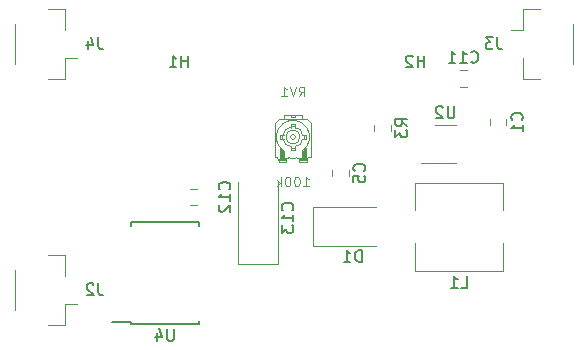
<source format=gbr>
%TF.GenerationSoftware,KiCad,Pcbnew,(6.0.0-rc1-dev-1583-gb0ab53ac2)*%
%TF.CreationDate,2019-01-25T22:49:34+01:00*%
%TF.ProjectId,SliderBar,536c6964-6572-4426-9172-2e6b69636164,rev?*%
%TF.SameCoordinates,Original*%
%TF.FileFunction,Legend,Bot*%
%TF.FilePolarity,Positive*%
%FSLAX46Y46*%
G04 Gerber Fmt 4.6, Leading zero omitted, Abs format (unit mm)*
G04 Created by KiCad (PCBNEW (6.0.0-rc1-dev-1583-gb0ab53ac2)) date 25/01/19 22:49:34 PM*
%MOMM*%
%LPD*%
G04 APERTURE LIST*
%ADD10C,0.120000*%
%ADD11C,0.075000*%
%ADD12C,0.025000*%
%ADD13C,0.050000*%
%ADD14C,0.150000*%
%ADD15C,0.076200*%
G04 APERTURE END LIST*
D10*
X168835000Y-62881253D02*
X168835000Y-62358749D01*
X170255000Y-62881253D02*
X170255000Y-62358749D01*
X138410000Y-57214000D02*
X138410000Y-53784000D01*
X142680000Y-52514000D02*
X142680000Y-54314000D01*
X141230000Y-52514000D02*
X142680000Y-52514000D01*
X142680000Y-56684000D02*
X143670000Y-56684000D01*
X142680000Y-58484000D02*
X142680000Y-56684000D01*
X141230000Y-58484000D02*
X142680000Y-58484000D01*
X185694000Y-53784000D02*
X185694000Y-57214000D01*
X181424000Y-58484000D02*
X181424000Y-56684000D01*
X182874000Y-58484000D02*
X181424000Y-58484000D01*
X181424000Y-54314000D02*
X180434000Y-54314000D01*
X181424000Y-52514000D02*
X181424000Y-54314000D01*
X182874000Y-52514000D02*
X181424000Y-52514000D01*
X138410000Y-78042000D02*
X138410000Y-74612000D01*
X142680000Y-73342000D02*
X142680000Y-75142000D01*
X141230000Y-73342000D02*
X142680000Y-73342000D01*
X142680000Y-77512000D02*
X143670000Y-77512000D01*
X142680000Y-79312000D02*
X142680000Y-77512000D01*
X141230000Y-79312000D02*
X142680000Y-79312000D01*
X163637002Y-72643000D02*
X169037002Y-72643000D01*
X163637002Y-69343000D02*
X169037002Y-69343000D01*
X163637002Y-72643000D02*
X163637002Y-69343000D01*
X160713998Y-67221000D02*
X160713998Y-74156000D01*
X160713998Y-74156000D02*
X157293998Y-74156000D01*
X157293998Y-74156000D02*
X157293998Y-67221000D01*
X153804255Y-67743001D02*
X153281751Y-67743001D01*
X153804255Y-69163001D02*
X153281751Y-69163001D01*
X176141748Y-59130000D02*
X176664252Y-59130000D01*
X176141748Y-57710000D02*
X176664252Y-57710000D01*
X166699000Y-66168747D02*
X166699000Y-66691251D01*
X165279000Y-66168747D02*
X165279000Y-66691251D01*
X178614000Y-62373252D02*
X178614000Y-61850748D01*
X180034000Y-62373252D02*
X180034000Y-61850748D01*
X179722000Y-74693002D02*
X179722000Y-72393002D01*
X172322000Y-74693002D02*
X179722000Y-74693002D01*
X172322000Y-72393002D02*
X172322000Y-74693002D01*
X172322000Y-67293002D02*
X172322000Y-69593002D01*
X179722000Y-67293002D02*
X172322000Y-67293002D01*
X179722000Y-69593002D02*
X179722000Y-67293002D01*
D11*
X162168000Y-63378001D02*
G75*
G03X162168000Y-63378001I-200000J0D01*
G01*
X162568000Y-63378001D02*
G75*
G03X162568000Y-63378001I-600000J0D01*
G01*
X161168000Y-63178001D02*
G75*
G02X161768000Y-62578001I600000J0D01*
G01*
X162168000Y-62578001D02*
G75*
G02X162768000Y-63178001I0J-600000D01*
G01*
X162768000Y-63578001D02*
G75*
G02X162168000Y-64178001I-600000J0D01*
G01*
X161768000Y-64178001D02*
G75*
G02X161168000Y-63578001I0J600000D01*
G01*
X161768000Y-62278001D02*
X161768000Y-62578001D01*
X162168000Y-62278001D02*
X161768000Y-62278001D01*
X162168000Y-62578001D02*
X162168000Y-62278001D01*
X160868000Y-63578001D02*
X161168000Y-63578001D01*
X160868000Y-63178001D02*
X160868000Y-63578001D01*
X161168000Y-63178001D02*
X160868000Y-63178001D01*
X162168000Y-64478001D02*
X162168000Y-64178001D01*
X161768000Y-64478001D02*
X162168000Y-64478001D01*
X161768000Y-64178001D02*
X161768000Y-64478001D01*
X163068000Y-63178001D02*
X162768000Y-63178001D01*
X163068000Y-63578001D02*
X163068000Y-63178001D01*
X162768000Y-63578001D02*
X163068000Y-63578001D01*
D12*
X162168000Y-62478001D02*
X161768000Y-62478001D01*
X161068000Y-63178001D02*
X161068000Y-63578001D01*
X161768000Y-64278001D02*
X162168000Y-64278001D01*
X162868000Y-63178001D02*
X162868000Y-63578001D01*
D13*
X163168000Y-62628001D02*
G75*
G02X162718000Y-64578001I-1200000J-750000D01*
G01*
X161218000Y-64578001D02*
G75*
G02X160768000Y-62628001I750000J1200000D01*
G01*
X161218000Y-62178001D02*
G75*
G02X163168000Y-62628001I750000J-1200000D01*
G01*
X160768000Y-62628001D02*
G75*
G02X162718000Y-62178001I1200000J-750000D01*
G01*
X163168000Y-61878001D02*
X160768000Y-61878001D01*
X160768000Y-61878001D02*
X160468000Y-62178001D01*
X163168000Y-61878001D02*
X163468000Y-62178001D01*
X161218000Y-61528001D02*
X161218000Y-61878001D01*
X162718000Y-61528001D02*
X161218000Y-61528001D01*
X162718000Y-61878001D02*
X162718000Y-61528001D01*
X161768000Y-61728001D02*
X161768000Y-61528001D01*
X162168000Y-61728001D02*
X161768000Y-61728001D01*
X162168000Y-61528001D02*
X162168000Y-61728001D01*
X160468000Y-62178001D02*
X160468000Y-65078001D01*
X163468000Y-62178001D02*
X163468000Y-65078001D01*
X163068000Y-65178001D02*
X163068000Y-64278001D01*
X162718000Y-65178001D02*
X163068000Y-65178001D01*
X162718000Y-64578001D02*
X162718000Y-65178001D01*
X160868000Y-65178001D02*
X160868000Y-64278001D01*
X161218000Y-65178001D02*
X160868000Y-65178001D01*
X161218000Y-64578001D02*
X161218000Y-65178001D01*
X163168000Y-65378001D02*
G75*
G02X163468000Y-65078001I300000J0D01*
G01*
X160468000Y-65078001D02*
G75*
G02X160768000Y-65378001I0J-300000D01*
G01*
X162718000Y-65178001D02*
X162368000Y-65178001D01*
X161218000Y-65178001D02*
X161568000Y-65178001D01*
X162268000Y-65078001D02*
G75*
G02X162368000Y-65178001I0J-100000D01*
G01*
X162168000Y-65178001D02*
G75*
G02X162268000Y-65078001I100000J0D01*
G01*
X161568000Y-65178001D02*
G75*
G02X161668000Y-65078001I100000J0D01*
G01*
X161668000Y-65078001D02*
G75*
G02X161768000Y-65178001I0J-100000D01*
G01*
X162168000Y-65178001D02*
X161768000Y-65178001D01*
X163168000Y-65328001D02*
X162518000Y-65328001D01*
X160768000Y-65328001D02*
X161418000Y-65328001D01*
X163168000Y-65378001D02*
X163168000Y-65528001D01*
X160768000Y-65378001D02*
X160768000Y-65528001D01*
X162518000Y-65528001D02*
X162518000Y-65178001D01*
X163168000Y-65528001D02*
X162518000Y-65528001D01*
X161418000Y-65528001D02*
X161418000Y-65178001D01*
X160768000Y-65528001D02*
X161418000Y-65528001D01*
X163068000Y-65278001D02*
X163068000Y-65178001D01*
X163168000Y-65278001D02*
X163068000Y-65278001D01*
X160868000Y-65278001D02*
X160868000Y-65178001D01*
X160768000Y-65278001D02*
X160868000Y-65278001D01*
X162968000Y-65278001D02*
X162968000Y-65228001D01*
X163018000Y-65278001D02*
X162968000Y-65278001D01*
X163018000Y-64328001D02*
X163018000Y-65278001D01*
X162968000Y-64378001D02*
X163018000Y-64328001D01*
X162968000Y-65228001D02*
X162968000Y-64378001D01*
X162868000Y-65228001D02*
X162968000Y-65228001D01*
X162918000Y-65228001D02*
X162868000Y-65228001D01*
X162918000Y-64428001D02*
X162918000Y-65228001D01*
X162868000Y-64478001D02*
X162918000Y-64428001D01*
X162868000Y-65228001D02*
X162868000Y-64478001D01*
X162768000Y-65228001D02*
X162868000Y-65228001D01*
X162818000Y-65228001D02*
X162768000Y-65228001D01*
X162768000Y-65228001D02*
X162768000Y-64578001D01*
X162518000Y-65228001D02*
X162768000Y-65228001D01*
X162518000Y-65278001D02*
X162518000Y-65228001D01*
X163068000Y-65278001D02*
X162518000Y-65278001D01*
X160968000Y-65278001D02*
X160968000Y-65228001D01*
X160918000Y-65278001D02*
X160968000Y-65278001D01*
X160918000Y-65228001D02*
X160918000Y-65278001D01*
X160918000Y-64328001D02*
X160918000Y-65228001D01*
X160968000Y-64378001D02*
X160918000Y-64328001D01*
X160968000Y-65228001D02*
X160968000Y-64378001D01*
X161068000Y-65228001D02*
X160968000Y-65228001D01*
X161018000Y-65228001D02*
X161068000Y-65228001D01*
X161018000Y-64428001D02*
X161018000Y-65228001D01*
X161068000Y-64478001D02*
X161018000Y-64428001D01*
X161068000Y-65228001D02*
X161068000Y-64478001D01*
X161168000Y-65228001D02*
X161068000Y-65228001D01*
X161118000Y-65228001D02*
X161168000Y-65228001D01*
X161118000Y-64528001D02*
X161118000Y-65228001D01*
X161168000Y-64578001D02*
X161118000Y-64528001D01*
X161168000Y-65228001D02*
X161168000Y-64578001D01*
X161418000Y-65228001D02*
X161168000Y-65228001D01*
X161418000Y-65278001D02*
X161418000Y-65228001D01*
X160868000Y-65278001D02*
X161418000Y-65278001D01*
X162818000Y-64528001D02*
X162768000Y-64578001D01*
X162818000Y-65178001D02*
X162818000Y-64528001D01*
X162818000Y-64528001D02*
X162868000Y-64528001D01*
X161118000Y-64528001D02*
X161068000Y-64528001D01*
D10*
X175778999Y-65618000D02*
X172828999Y-65618000D01*
X173978999Y-62398000D02*
X175778999Y-62398000D01*
D14*
X148254999Y-79030001D02*
X146654999Y-79030001D01*
X148254999Y-70605001D02*
X154004999Y-70605001D01*
X148254999Y-79255001D02*
X154004999Y-79255001D01*
X148254999Y-70605001D02*
X148254999Y-70905001D01*
X154004999Y-70605001D02*
X154004999Y-70905001D01*
X154004999Y-79255001D02*
X154004999Y-78955001D01*
X148254999Y-79255001D02*
X148254999Y-79030001D01*
X171648380Y-62462335D02*
X171172190Y-62129002D01*
X171648380Y-61890906D02*
X170648380Y-61890906D01*
X170648380Y-62271859D01*
X170696000Y-62367097D01*
X170743619Y-62414716D01*
X170838857Y-62462335D01*
X170981714Y-62462335D01*
X171076952Y-62414716D01*
X171124571Y-62367097D01*
X171172190Y-62271859D01*
X171172190Y-61890906D01*
X170648380Y-62795668D02*
X170648380Y-63414716D01*
X171029333Y-63081382D01*
X171029333Y-63224240D01*
X171076952Y-63319478D01*
X171124571Y-63367097D01*
X171219809Y-63414716D01*
X171457904Y-63414716D01*
X171553142Y-63367097D01*
X171600761Y-63319478D01*
X171648380Y-63224240D01*
X171648380Y-62938525D01*
X171600761Y-62843287D01*
X171553142Y-62795668D01*
X145494333Y-54951380D02*
X145494333Y-55665666D01*
X145541952Y-55808523D01*
X145637190Y-55903761D01*
X145780047Y-55951380D01*
X145875285Y-55951380D01*
X144589571Y-55284714D02*
X144589571Y-55951380D01*
X144827666Y-54903761D02*
X145065761Y-55618047D01*
X144446714Y-55618047D01*
X179276333Y-54951380D02*
X179276333Y-55665666D01*
X179323952Y-55808523D01*
X179419190Y-55903761D01*
X179562047Y-55951380D01*
X179657285Y-55951380D01*
X178895380Y-54951380D02*
X178276333Y-54951380D01*
X178609666Y-55332333D01*
X178466809Y-55332333D01*
X178371571Y-55379952D01*
X178323952Y-55427571D01*
X178276333Y-55522809D01*
X178276333Y-55760904D01*
X178323952Y-55856142D01*
X178371571Y-55903761D01*
X178466809Y-55951380D01*
X178752523Y-55951380D01*
X178847761Y-55903761D01*
X178895380Y-55856142D01*
X145494333Y-75779380D02*
X145494333Y-76493666D01*
X145541952Y-76636523D01*
X145637190Y-76731761D01*
X145780047Y-76779380D01*
X145875285Y-76779380D01*
X145065761Y-75874619D02*
X145018142Y-75827000D01*
X144922904Y-75779380D01*
X144684809Y-75779380D01*
X144589571Y-75827000D01*
X144541952Y-75874619D01*
X144494333Y-75969857D01*
X144494333Y-76065095D01*
X144541952Y-76207952D01*
X145113380Y-76779380D01*
X144494333Y-76779380D01*
X167775097Y-73945380D02*
X167775097Y-72945380D01*
X167537002Y-72945380D01*
X167394144Y-72993000D01*
X167298906Y-73088238D01*
X167251287Y-73183476D01*
X167203668Y-73373952D01*
X167203668Y-73516809D01*
X167251287Y-73707285D01*
X167298906Y-73802523D01*
X167394144Y-73897761D01*
X167537002Y-73945380D01*
X167775097Y-73945380D01*
X166251287Y-73945380D02*
X166822716Y-73945380D01*
X166537002Y-73945380D02*
X166537002Y-72945380D01*
X166632240Y-73088238D01*
X166727478Y-73183476D01*
X166822716Y-73231095D01*
X161911140Y-69578142D02*
X161958759Y-69530523D01*
X162006378Y-69387666D01*
X162006378Y-69292428D01*
X161958759Y-69149571D01*
X161863521Y-69054333D01*
X161768283Y-69006714D01*
X161577807Y-68959095D01*
X161434950Y-68959095D01*
X161244474Y-69006714D01*
X161149236Y-69054333D01*
X161053998Y-69149571D01*
X161006378Y-69292428D01*
X161006378Y-69387666D01*
X161053998Y-69530523D01*
X161101617Y-69578142D01*
X162006378Y-70530523D02*
X162006378Y-69959095D01*
X162006378Y-70244809D02*
X161006378Y-70244809D01*
X161149236Y-70149571D01*
X161244474Y-70054333D01*
X161292093Y-69959095D01*
X161006378Y-70863857D02*
X161006378Y-71482904D01*
X161387331Y-71149571D01*
X161387331Y-71292428D01*
X161434950Y-71387666D01*
X161482569Y-71435285D01*
X161577807Y-71482904D01*
X161815902Y-71482904D01*
X161911140Y-71435285D01*
X161958759Y-71387666D01*
X162006378Y-71292428D01*
X162006378Y-71006714D01*
X161958759Y-70911476D01*
X161911140Y-70863857D01*
X156576146Y-67810143D02*
X156623765Y-67762524D01*
X156671384Y-67619667D01*
X156671384Y-67524429D01*
X156623765Y-67381572D01*
X156528527Y-67286334D01*
X156433289Y-67238715D01*
X156242813Y-67191096D01*
X156099956Y-67191096D01*
X155909480Y-67238715D01*
X155814242Y-67286334D01*
X155719004Y-67381572D01*
X155671384Y-67524429D01*
X155671384Y-67619667D01*
X155719004Y-67762524D01*
X155766623Y-67810143D01*
X156671384Y-68762524D02*
X156671384Y-68191096D01*
X156671384Y-68476810D02*
X155671384Y-68476810D01*
X155814242Y-68381572D01*
X155909480Y-68286334D01*
X155957099Y-68191096D01*
X155766623Y-69143477D02*
X155719004Y-69191096D01*
X155671384Y-69286334D01*
X155671384Y-69524429D01*
X155719004Y-69619667D01*
X155766623Y-69667286D01*
X155861861Y-69714905D01*
X155957099Y-69714905D01*
X156099956Y-69667286D01*
X156671384Y-69095858D01*
X156671384Y-69714905D01*
X177045857Y-56999142D02*
X177093476Y-57046761D01*
X177236333Y-57094380D01*
X177331571Y-57094380D01*
X177474428Y-57046761D01*
X177569666Y-56951523D01*
X177617285Y-56856285D01*
X177664904Y-56665809D01*
X177664904Y-56522952D01*
X177617285Y-56332476D01*
X177569666Y-56237238D01*
X177474428Y-56142000D01*
X177331571Y-56094380D01*
X177236333Y-56094380D01*
X177093476Y-56142000D01*
X177045857Y-56189619D01*
X176093476Y-57094380D02*
X176664904Y-57094380D01*
X176379190Y-57094380D02*
X176379190Y-56094380D01*
X176474428Y-56237238D01*
X176569666Y-56332476D01*
X176664904Y-56380095D01*
X175141095Y-57094380D02*
X175712523Y-57094380D01*
X175426809Y-57094380D02*
X175426809Y-56094380D01*
X175522047Y-56237238D01*
X175617285Y-56332476D01*
X175712523Y-56380095D01*
X167997142Y-66263332D02*
X168044761Y-66215713D01*
X168092380Y-66072856D01*
X168092380Y-65977618D01*
X168044761Y-65834760D01*
X167949523Y-65739522D01*
X167854285Y-65691903D01*
X167663809Y-65644284D01*
X167520952Y-65644284D01*
X167330476Y-65691903D01*
X167235238Y-65739522D01*
X167140000Y-65834760D01*
X167092380Y-65977618D01*
X167092380Y-66072856D01*
X167140000Y-66215713D01*
X167187619Y-66263332D01*
X167092380Y-67168094D02*
X167092380Y-66691903D01*
X167568571Y-66644284D01*
X167520952Y-66691903D01*
X167473333Y-66787141D01*
X167473333Y-67025237D01*
X167520952Y-67120475D01*
X167568571Y-67168094D01*
X167663809Y-67215713D01*
X167901904Y-67215713D01*
X167997142Y-67168094D01*
X168044761Y-67120475D01*
X168092380Y-67025237D01*
X168092380Y-66787141D01*
X168044761Y-66691903D01*
X167997142Y-66644284D01*
X181331142Y-61945333D02*
X181378761Y-61897714D01*
X181426380Y-61754857D01*
X181426380Y-61659619D01*
X181378761Y-61516761D01*
X181283523Y-61421523D01*
X181188285Y-61373904D01*
X180997809Y-61326285D01*
X180854952Y-61326285D01*
X180664476Y-61373904D01*
X180569238Y-61421523D01*
X180474000Y-61516761D01*
X180426380Y-61659619D01*
X180426380Y-61754857D01*
X180474000Y-61897714D01*
X180521619Y-61945333D01*
X181426380Y-62897714D02*
X181426380Y-62326285D01*
X181426380Y-62612000D02*
X180426380Y-62612000D01*
X180569238Y-62516761D01*
X180664476Y-62421523D01*
X180712095Y-62326285D01*
X176188666Y-76144382D02*
X176664857Y-76144382D01*
X176664857Y-75144382D01*
X175331523Y-76144382D02*
X175902952Y-76144382D01*
X175617238Y-76144382D02*
X175617238Y-75144382D01*
X175712476Y-75287240D01*
X175807714Y-75382478D01*
X175902952Y-75430097D01*
D15*
X162451809Y-59935696D02*
X162722742Y-59548648D01*
X162916266Y-59935696D02*
X162916266Y-59122896D01*
X162606628Y-59122896D01*
X162529219Y-59161601D01*
X162490514Y-59200305D01*
X162451809Y-59277715D01*
X162451809Y-59393829D01*
X162490514Y-59471239D01*
X162529219Y-59509943D01*
X162606628Y-59548648D01*
X162916266Y-59548648D01*
X162219580Y-59122896D02*
X161948647Y-59935696D01*
X161677714Y-59122896D01*
X160981028Y-59935696D02*
X161445485Y-59935696D01*
X161213257Y-59935696D02*
X161213257Y-59122896D01*
X161290666Y-59239010D01*
X161368076Y-59316420D01*
X161445485Y-59355124D01*
X162838857Y-67555696D02*
X163303314Y-67555696D01*
X163071085Y-67555696D02*
X163071085Y-66742896D01*
X163148495Y-66859010D01*
X163225904Y-66936420D01*
X163303314Y-66975124D01*
X162335695Y-66742896D02*
X162258285Y-66742896D01*
X162180876Y-66781601D01*
X162142171Y-66820305D01*
X162103466Y-66897715D01*
X162064761Y-67052534D01*
X162064761Y-67246058D01*
X162103466Y-67400877D01*
X162142171Y-67478286D01*
X162180876Y-67516991D01*
X162258285Y-67555696D01*
X162335695Y-67555696D01*
X162413104Y-67516991D01*
X162451809Y-67478286D01*
X162490514Y-67400877D01*
X162529219Y-67246058D01*
X162529219Y-67052534D01*
X162490514Y-66897715D01*
X162451809Y-66820305D01*
X162413104Y-66781601D01*
X162335695Y-66742896D01*
X161561600Y-66742896D02*
X161484190Y-66742896D01*
X161406780Y-66781601D01*
X161368076Y-66820305D01*
X161329371Y-66897715D01*
X161290666Y-67052534D01*
X161290666Y-67246058D01*
X161329371Y-67400877D01*
X161368076Y-67478286D01*
X161406780Y-67516991D01*
X161484190Y-67555696D01*
X161561600Y-67555696D01*
X161639009Y-67516991D01*
X161677714Y-67478286D01*
X161716419Y-67400877D01*
X161755123Y-67246058D01*
X161755123Y-67052534D01*
X161716419Y-66897715D01*
X161677714Y-66820305D01*
X161639009Y-66781601D01*
X161561600Y-66742896D01*
X160942323Y-67555696D02*
X160942323Y-66742896D01*
X160864914Y-67246058D02*
X160632685Y-67555696D01*
X160632685Y-67013829D02*
X160942323Y-67323467D01*
D14*
X175640903Y-60793380D02*
X175640903Y-61602904D01*
X175593284Y-61698142D01*
X175545665Y-61745761D01*
X175450427Y-61793380D01*
X175259951Y-61793380D01*
X175164713Y-61745761D01*
X175117094Y-61698142D01*
X175069475Y-61602904D01*
X175069475Y-60793380D01*
X174640903Y-60888619D02*
X174593284Y-60841000D01*
X174498046Y-60793380D01*
X174259951Y-60793380D01*
X174164713Y-60841000D01*
X174117094Y-60888619D01*
X174069475Y-60983857D01*
X174069475Y-61079095D01*
X174117094Y-61221952D01*
X174688522Y-61793380D01*
X174069475Y-61793380D01*
X151891903Y-79632381D02*
X151891903Y-80441905D01*
X151844284Y-80537143D01*
X151796665Y-80584762D01*
X151701427Y-80632381D01*
X151510951Y-80632381D01*
X151415713Y-80584762D01*
X151368094Y-80537143D01*
X151320475Y-80441905D01*
X151320475Y-79632381D01*
X150415713Y-79965715D02*
X150415713Y-80632381D01*
X150653808Y-79584762D02*
X150891903Y-80299048D01*
X150272856Y-80299048D01*
X153094904Y-57492380D02*
X153094904Y-56492380D01*
X153094904Y-56968571D02*
X152523476Y-56968571D01*
X152523476Y-57492380D02*
X152523476Y-56492380D01*
X151523476Y-57492380D02*
X152094904Y-57492380D01*
X151809190Y-57492380D02*
X151809190Y-56492380D01*
X151904428Y-56635238D01*
X151999666Y-56730476D01*
X152094904Y-56778095D01*
X173094904Y-57492380D02*
X173094904Y-56492380D01*
X173094904Y-56968571D02*
X172523476Y-56968571D01*
X172523476Y-57492380D02*
X172523476Y-56492380D01*
X172094904Y-56587619D02*
X172047285Y-56540000D01*
X171952047Y-56492380D01*
X171713952Y-56492380D01*
X171618714Y-56540000D01*
X171571095Y-56587619D01*
X171523476Y-56682857D01*
X171523476Y-56778095D01*
X171571095Y-56920952D01*
X172142523Y-57492380D01*
X171523476Y-57492380D01*
M02*

</source>
